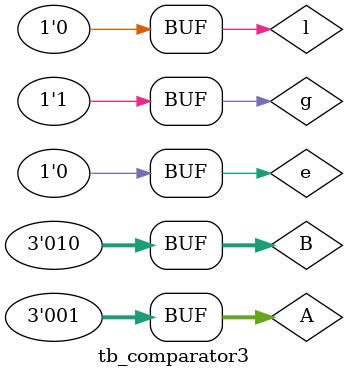
<source format=v>
/*--  *******************************************************
--  Computer Architecture Course, Laboratory Sources 
--  Amirkabir University of Technology (Tehran Polytechnic)
--  Department of Computer Engineering (CE-AUT)
--  https://ce[dot]aut[dot]ac[dot]ir
--  *******************************************************
--  All Rights reserved (C) 2019-2020
--  *******************************************************
--  Student ID  : 9831075
--  Student Name: Mina Beiki
--  Student Mail: 
--  *******************************************************
--  Additional Comments:
--
--*/

/*-----------------------------------------------------------
---  Module Name: Decoder Testbench
---  Description: Lab 05 Part 1 Testbench
-----------------------------------------------------------*/
`timescale 1 ns/1 ns


module tb_comparator3 ();

reg [2:0] A;
reg [2:0] B;
reg l;
reg e;
reg g;
wire lt;
wire et;
wire gt;

	comparator3 test_comparator3 (.A(A), .B(B), .l(l), .e(e), .g(g), .lt(lt), .et(et), .gt(gt));


	initial 
		begin
		
		//////////////////
		A <= 3'b001;
		B <= 3'b001;
		
		l <= 1'b0;
		e <= 1'b1;
		g <= 1'b0;
		# 10 ;
		l <= 1'b1;
		e <= 1'b0;
		g <= 1'b0;
		# 10 ;
		l <= 1'b0;
		e <= 1'b0;
		g <= 1'b1;
		# 20 ;
		//////////////////
		A <= 3'b010;
		B <= 3'b001;
		
		l <= 1'b0;
		e <= 1'b1;
		g <= 1'b0;
		# 10 ;
		l <= 1'b1;
		e <= 1'b0;
		g <= 1'b0;
		# 10 ;
		l <= 1'b0;
		e <= 1'b0;
		g <= 1'b1;
		# 20;
		//////////////////
		A <= 3'b001;
		B <= 3'b010;
		
		l <= 1'b0;
		e <= 1'b1;
		g <= 1'b0;
		# 10 ;
		l <= 1'b1;
		e <= 1'b0;
		g <= 1'b0;
		# 10 ;
		l <= 1'b0;
		e <= 1'b0;
		g <= 1'b1;
		# 20;
		//////////////////
	end

endmodule
</source>
